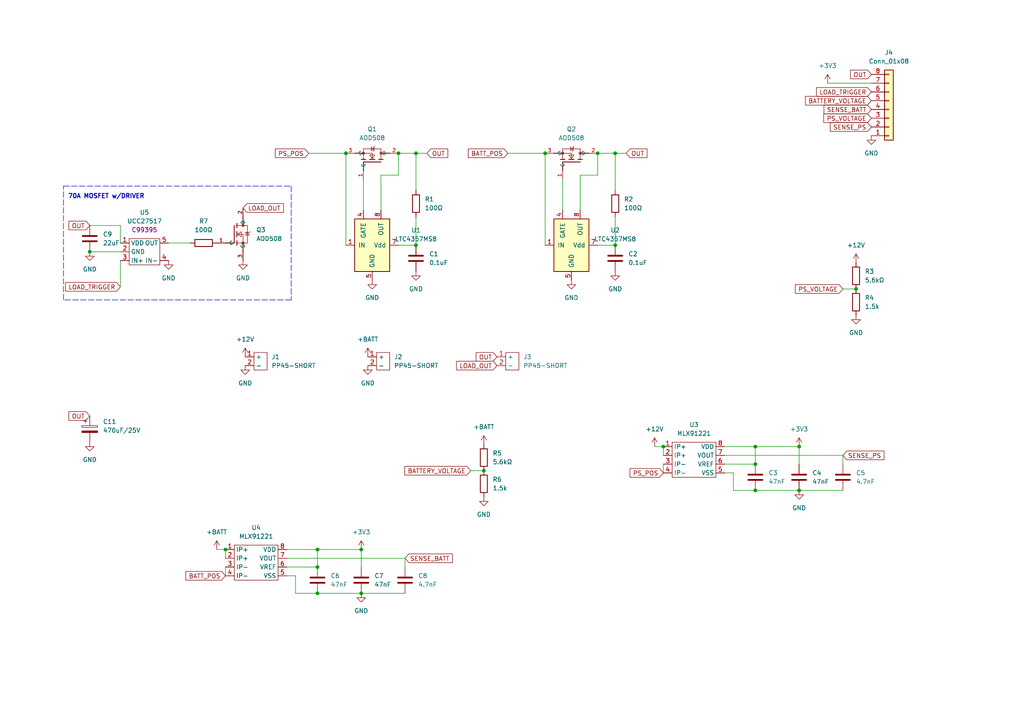
<source format=kicad_sch>
(kicad_sch (version 20211123) (generator eeschema)
  (paper "A4")
  (lib_symbols
    (symbol "01-rickbassham:MLX91221"
      (property "Reference" "U" (at 0 0 0))
      (property "Value" "MLX91221" (at 0 0 0))
      (symbol "MLX91221_0_1"
        (rectangle (start -6.35 -5.08) (end 6.35 -15.24))
      )
      (symbol "MLX91221_1_1"
        (pin power_in line (at -8.89 -6.35 0) (length 2.54) (name "IP+") (number "1"))
        (pin power_in line (at -8.89 -8.89 0) (length 2.54) (name "IP+") (number "2"))
        (pin power_out line (at -8.89 -11.43 0) (length 2.54) (name "IP-") (number "3"))
        (pin power_out line (at -8.89 -13.97 0) (length 2.54) (name "IP-") (number "4"))
        (pin input line (at 8.89 -13.97 180) (length 2.54) (name "VSS") (number "5"))
        (pin input line (at 8.89 -11.43 180) (length 2.54) (name "VREF") (number "6"))
        (pin input line (at 8.89 -8.89 180) (length 2.54) (name "VOUT") (number "7"))
        (pin input line (at 8.89 -6.35 180) (length 2.54) (name "VDD") (number "8"))
      )
    )
    (symbol "01-rickbassham:NCE6080K" (pin_names (offset 1.016))
      (property "Reference" "Q" (at 6.35 0 0))
      (property "Value" "NCE6080K" (at 6.35 -2.54 0))
      (symbol "NCE6080K_0_0"
        (polyline (pts (xy -2.54 -2.54) (xy 0 -2.54)) (stroke (width 0.254)))
        (polyline (pts (xy 0 2.54) (xy 0 -2.54)) (stroke (width 0.254)))
        (polyline (pts (xy 0.762 -2.54) (xy 0.762 -3.175)) (stroke (width 0.254)))
        (polyline (pts (xy 0.762 -1.905) (xy 0.762 -2.54)) (stroke (width 0.254)))
        (polyline (pts (xy 0.762 0) (xy 0.762 -0.762)) (stroke (width 0.254)))
        (polyline (pts (xy 0.762 0) (xy 2.54 0)) (stroke (width 0.1524)))
        (polyline (pts (xy 0.762 0.762) (xy 0.762 0)) (stroke (width 0.254)))
        (polyline (pts (xy 0.762 2.54) (xy 0.762 1.905)) (stroke (width 0.254)))
        (polyline (pts (xy 0.762 2.54) (xy 2.54 2.54)) (stroke (width 0.1524)))
        (polyline (pts (xy 0.762 3.175) (xy 0.762 2.54)) (stroke (width 0.254)))
        (polyline (pts (xy 2.54 -2.54) (xy 0.762 -2.54)) (stroke (width 0.1524)))
        (polyline (pts (xy 2.54 -2.54) (xy 2.54 -5.08)) (stroke (width 0.254)))
        (polyline (pts (xy 2.54 -2.54) (xy 3.81 -2.54)) (stroke (width 0.1524)))
        (polyline (pts (xy 2.54 0) (xy 2.54 -2.54)) (stroke (width 0.1524)))
        (polyline (pts (xy 2.54 2.54) (xy 3.81 2.54)) (stroke (width 0.1524)))
        (polyline (pts (xy 2.54 5.08) (xy 2.54 2.54)) (stroke (width 0.254)))
        (polyline (pts (xy 3.302 0.508) (xy 3.048 0.254)) (stroke (width 0.1524)))
        (polyline (pts (xy 3.81 0.508) (xy 3.302 0.508)) (stroke (width 0.1524)))
        (polyline (pts (xy 3.81 0.508) (xy 3.81 -2.54)) (stroke (width 0.1524)))
        (polyline (pts (xy 3.81 2.54) (xy 3.81 0.508)) (stroke (width 0.1524)))
        (polyline (pts (xy 4.318 0.508) (xy 3.81 0.508)) (stroke (width 0.1524)))
        (polyline (pts (xy 4.572 0.762) (xy 4.318 0.508)) (stroke (width 0.1524)))
        (polyline (pts (xy 1.016 0) (xy 2.032 0.762) (xy 2.032 -0.762) (xy 1.016 0)) (stroke (width 0.1524)) (fill (type background)))
        (polyline (pts (xy 3.81 0.508) (xy 3.302 -0.254) (xy 4.318 -0.254) (xy 3.81 0.508)) (stroke (width 0.1524)) (fill (type background)))
        (circle (center 2.54 -2.54) (radius 0.3556))
        (circle (center 2.54 2.54) (radius 0.3556))
        (pin passive line (at -5.08 -2.54 0) (length 2.54) (name "G") (number "1"))
        (pin passive line (at 2.54 7.62 270) (length 2.54) (name "D") (number "2"))
        (pin passive line (at 2.54 -7.62 90) (length 2.54) (name "S") (number "3"))
      )
    )
    (symbol "01-rickbassham:PP45-SHORT"
      (property "Reference" "J" (at 0 0 0))
      (property "Value" "PP45-SHORT" (at 0 2.54 0))
      (symbol "PP45-SHORT_0_1"
        (rectangle (start 0 -2.54) (end 3.81 -7.62))
      )
      (symbol "PP45-SHORT_1_1"
        (pin power_in line (at -2.54 -3.81 0) (length 2.54) (name "+") (number "1"))
        (pin power_in line (at -2.54 -6.35 0) (length 2.54) (name "-") (number "2"))
      )
    )
    (symbol "01-rickbassham:UCC27517"
      (property "Reference" "U" (at 0 0 0))
      (property "Value" "UCC27517" (at 0 0 0))
      (property "LCSC" "C99395" (at 0 0 0))
      (symbol "UCC27517_0_1"
        (rectangle (start 0 -3.81) (end 8.89 -11.43))
      )
      (symbol "UCC27517_1_1"
        (pin power_in line (at -2.54 -5.08 0) (length 2.54) (name "VDD") (number "1"))
        (pin power_in line (at -2.54 -7.62 0) (length 2.54) (name "GND") (number "2"))
        (pin input line (at -2.54 -10.16 0) (length 2.54) (name "IN+") (number "3"))
        (pin power_out line (at 11.43 -10.16 180) (length 2.54) (name "IN-") (number "4"))
        (pin output line (at 11.43 -5.08 180) (length 2.54) (name "OUT") (number "5"))
      )
    )
    (symbol "Connector_Generic:Conn_01x08" (pin_names (offset 1.016) hide)
      (property "Reference" "J" (at 0 10.16 0))
      (property "Value" "Conn_01x08" (at 0 -12.7 0))
      (symbol "Conn_01x08_1_1"
        (rectangle (start -1.27 -10.033) (end 0 -10.287) (stroke (width 0.1524)))
        (rectangle (start -1.27 -7.493) (end 0 -7.747) (stroke (width 0.1524)))
        (rectangle (start -1.27 -4.953) (end 0 -5.207) (stroke (width 0.1524)))
        (rectangle (start -1.27 -2.413) (end 0 -2.667) (stroke (width 0.1524)))
        (rectangle (start -1.27 0.127) (end 0 -0.127) (stroke (width 0.1524)))
        (rectangle (start -1.27 2.667) (end 0 2.413) (stroke (width 0.1524)))
        (rectangle (start -1.27 5.207) (end 0 4.953) (stroke (width 0.1524)))
        (rectangle (start -1.27 7.747) (end 0 7.493) (stroke (width 0.1524)))
        (rectangle (start -1.27 8.89) (end 1.27 -11.43) (stroke (width 0.254)) (fill (type background)))
        (pin passive line (at -5.08 7.62 0) (length 3.81) (name "Pin_1") (number "1"))
        (pin passive line (at -5.08 5.08 0) (length 3.81) (name "Pin_2") (number "2"))
        (pin passive line (at -5.08 2.54 0) (length 3.81) (name "Pin_3") (number "3"))
        (pin passive line (at -5.08 0 0) (length 3.81) (name "Pin_4") (number "4"))
        (pin passive line (at -5.08 -2.54 0) (length 3.81) (name "Pin_5") (number "5"))
        (pin passive line (at -5.08 -5.08 0) (length 3.81) (name "Pin_6") (number "6"))
        (pin passive line (at -5.08 -7.62 0) (length 3.81) (name "Pin_7") (number "7"))
        (pin passive line (at -5.08 -10.16 0) (length 3.81) (name "Pin_8") (number "8"))
      )
    )
    (symbol "Device:C" (pin_numbers hide) (pin_names (offset 0.254))
      (property "Reference" "C" (at 0.635 2.54 0))
      (property "Value" "C" (at 0.635 -2.54 0))
      (symbol "C_0_1"
        (polyline (pts (xy -2.032 -0.762) (xy 2.032 -0.762)) (stroke (width 0.508)))
        (polyline (pts (xy -2.032 0.762) (xy 2.032 0.762)) (stroke (width 0.508)))
      )
      (symbol "C_1_1"
        (pin passive line (at 0 3.81 270) (length 2.794) (name "~") (number "1"))
        (pin passive line (at 0 -3.81 90) (length 2.794) (name "~") (number "2"))
      )
    )
    (symbol "Device:C_Polarized" (pin_numbers hide) (pin_names (offset 0.254))
      (property "Reference" "C" (at 0.635 2.54 0))
      (property "Value" "C_Polarized" (at 0.635 -2.54 0))
      (symbol "C_Polarized_0_1"
        (rectangle (start -2.286 0.508) (end 2.286 1.016))
        (polyline (pts (xy -1.778 2.286) (xy -0.762 2.286)))
        (polyline (pts (xy -1.27 2.794) (xy -1.27 1.778)))
        (rectangle (start 2.286 -0.508) (end -2.286 -1.016) (fill (type outline)))
      )
      (symbol "C_Polarized_1_1"
        (pin passive line (at 0 3.81 270) (length 2.794) (name "~") (number "1"))
        (pin passive line (at 0 -3.81 90) (length 2.794) (name "~") (number "2"))
      )
    )
    (symbol "Device:R" (pin_numbers hide) (pin_names (offset 0))
      (property "Reference" "R" (at 2.032 0 90))
      (property "Value" "R" (at 0 0 90))
      (symbol "R_0_1"
        (rectangle (start -1.016 -2.54) (end 1.016 2.54) (stroke (width 0.254)))
      )
      (symbol "R_1_1"
        (pin passive line (at 0 3.81 270) (length 1.27) (name "~") (number "1"))
        (pin passive line (at 0 -3.81 90) (length 1.27) (name "~") (number "2"))
      )
    )
    (symbol "Power_Management:LTC4357MS8" (pin_names (offset 1.016))
      (property "Reference" "U" (at 6.35 6.35 0))
      (property "Value" "LTC4357MS8" (at 6.35 -6.35 0))
      (symbol "LTC4357MS8_0_1"
        (rectangle (start -5.08 7.62) (end 5.08 -7.62) (stroke (width 0.254)) (fill (type background)))
      )
      (symbol "LTC4357MS8_1_1"
        (pin input line (at -7.62 0 0) (length 2.54) (name "IN") (number "1"))
        (pin no_connect line (at -7.62 -2.54 0) (length 2.54) hide (name "NC") (number "2"))
        (pin no_connect line (at -7.62 -5.08 0) (length 2.54) hide (name "NC") (number "3"))
        (pin output line (at -2.54 10.16 270) (length 2.54) (name "GATE") (number "4"))
        (pin power_in line (at 0 -10.16 90) (length 2.54) (name "GND") (number "5"))
        (pin no_connect line (at 2.54 -10.16 90) (length 2.54) hide (name "NC") (number "6"))
        (pin power_in line (at 7.62 0 180) (length 2.54) (name "Vdd") (number "7"))
        (pin input line (at 2.54 10.16 270) (length 2.54) (name "OUT") (number "8"))
      )
    )
    (symbol "power:+12V" (power) (pin_names (offset 0))
      (property "Value" "+12V" (at 0 3.556 0))
      (symbol "+12V_0_1"
        (polyline (pts (xy -0.762 1.27) (xy 0 2.54)))
        (polyline (pts (xy 0 0) (xy 0 2.54)))
        (polyline (pts (xy 0 2.54) (xy 0.762 1.27)))
      )
      (symbol "+12V_1_1"
        (pin power_in line (at 0 0 90) (length 0) hide (name "+12V") (number "1"))
      )
    )
    (symbol "power:+3.3V" (power) (pin_names (offset 0))
      (property "Value" "+3.3V" (at 0 3.556 0))
      (symbol "+3.3V_0_1"
        (polyline (pts (xy -0.762 1.27) (xy 0 2.54)))
        (polyline (pts (xy 0 0) (xy 0 2.54)))
        (polyline (pts (xy 0 2.54) (xy 0.762 1.27)))
      )
      (symbol "+3.3V_1_1"
        (pin power_in line (at 0 0 90) (length 0) hide (name "+3V3") (number "1"))
      )
    )
    (symbol "power:+BATT" (power) (pin_names (offset 0))
      (property "Value" "+BATT" (at 0 3.556 0))
      (symbol "+BATT_0_1"
        (polyline (pts (xy -0.762 1.27) (xy 0 2.54)))
        (polyline (pts (xy 0 0) (xy 0 2.54)))
        (polyline (pts (xy 0 2.54) (xy 0.762 1.27)))
      )
      (symbol "+BATT_1_1"
        (pin power_in line (at 0 0 90) (length 0) hide (name "+BATT") (number "1"))
      )
    )
    (symbol "power:GND" (power) (pin_names (offset 0))
      (property "Value" "GND" (at 0 -3.81 0))
      (symbol "GND_0_1"
        (polyline (pts (xy 0 0) (xy 0 -1.27) (xy 1.27 -1.27) (xy 0 -2.54) (xy -1.27 -1.27) (xy 0 -1.27)))
      )
      (symbol "GND_1_1"
        (pin power_in line (at 0 0 270) (length 0) hide (name "GND") (number "1"))
      )
    )
  )
  (junction (at 248.285 83.82))
  (junction (at 92.075 159.385))
  (junction (at 192.405 129.54))
  (junction (at 173.355 44.45))
  (junction (at 115.57 44.45))
  (junction (at 65.405 159.385))
  (junction (at 219.075 134.62))
  (junction (at 219.075 142.24))
  (junction (at 178.435 44.45))
  (junction (at 231.775 142.24))
  (junction (at 140.335 136.525))
  (junction (at 219.075 129.54))
  (junction (at 231.775 129.54))
  (junction (at 92.075 172.085))
  (junction (at 120.65 44.45))
  (junction (at 100.33 44.45))
  (junction (at 92.075 164.465))
  (junction (at 120.65 71.12))
  (junction (at 178.435 71.12))
  (junction (at 104.775 159.385))
  (junction (at 26.035 73.025))
  (junction (at 158.115 44.45))
  (junction (at 104.775 172.085))
  (wire (pts (xy 65.405 159.385) (xy 65.405 161.925)))
  (wire (pts (xy 244.475 132.08) (xy 244.475 134.62)))
  (wire (pts (xy 178.435 62.865) (xy 178.435 71.12)))
  (wire (pts (xy 62.865 159.385) (xy 65.405 159.385)))
  (wire (pts (xy 189.865 129.54) (xy 192.405 129.54)))
  (wire (pts (xy 219.075 129.54) (xy 219.075 134.62)))
  (wire (pts (xy 192.405 129.54) (xy 192.405 132.08)))
  (wire (pts (xy 104.775 159.385) (xy 104.775 164.465)))
  (wire (pts (xy 110.49 50.8) (xy 115.57 50.8)))
  (wire (pts (xy 83.185 167.005) (xy 85.725 167.005)))
  (wire (pts (xy 173.355 44.45) (xy 178.435 44.45)))
  (wire (pts (xy 178.435 44.45) (xy 181.61 44.45)))
  (wire (pts (xy 92.075 172.085) (xy 104.775 172.085)))
  (wire (pts (xy 34.925 75.565) (xy 34.925 83.185)))
  (wire (pts (xy 115.57 50.8) (xy 115.57 44.45)))
  (wire (pts (xy 85.725 167.005) (xy 85.725 172.085)))
  (wire (pts (xy 65.405 164.465) (xy 65.405 167.005)))
  (wire (pts (xy 168.275 50.8) (xy 173.355 50.8)))
  (wire (pts (xy 231.775 142.24) (xy 244.475 142.24)))
  (wire (pts (xy 212.725 137.16) (xy 212.725 142.24)))
  (wire (pts (xy 34.925 65.405) (xy 26.035 65.405)))
  (wire (pts (xy 26.035 73.025) (xy 34.925 73.025)))
  (wire (pts (xy 240.03 24.13) (xy 252.73 24.13)))
  (wire (pts (xy 120.65 44.45) (xy 123.825 44.45)))
  (wire (pts (xy 83.185 161.925) (xy 117.475 161.925)))
  (polyline (pts (xy 18.415 86.995) (xy 18.415 53.975)))
  (wire (pts (xy 92.075 159.385) (xy 92.075 164.465)))
  (wire (pts (xy 192.405 134.62) (xy 192.405 137.16)))
  (wire (pts (xy 178.435 44.45) (xy 178.435 55.245)))
  (wire (pts (xy 244.475 83.82) (xy 248.285 83.82)))
  (polyline (pts (xy 18.415 53.975) (xy 84.455 53.975)))
  (wire (pts (xy 212.725 142.24) (xy 219.075 142.24)))
  (wire (pts (xy 34.925 70.485) (xy 34.925 65.405)))
  (wire (pts (xy 210.185 134.62) (xy 219.075 134.62)))
  (wire (pts (xy 120.65 62.865) (xy 120.65 71.12)))
  (wire (pts (xy 104.775 172.085) (xy 117.475 172.085)))
  (wire (pts (xy 100.33 44.45) (xy 100.33 71.12)))
  (wire (pts (xy 115.57 44.45) (xy 120.65 44.45)))
  (wire (pts (xy 210.185 132.08) (xy 244.475 132.08)))
  (wire (pts (xy 89.535 44.45) (xy 100.33 44.45)))
  (wire (pts (xy 120.65 44.45) (xy 120.65 55.245)))
  (wire (pts (xy 219.075 142.24) (xy 231.775 142.24)))
  (wire (pts (xy 168.275 60.96) (xy 168.275 50.8)))
  (wire (pts (xy 231.775 129.54) (xy 231.775 134.62)))
  (wire (pts (xy 210.185 129.54) (xy 219.075 129.54)))
  (wire (pts (xy 163.195 52.07) (xy 163.195 60.96)))
  (wire (pts (xy 136.525 136.525) (xy 140.335 136.525)))
  (wire (pts (xy 83.185 164.465) (xy 92.075 164.465)))
  (wire (pts (xy 55.245 70.485) (xy 48.895 70.485)))
  (wire (pts (xy 210.185 137.16) (xy 212.725 137.16)))
  (wire (pts (xy 219.075 129.54) (xy 231.775 129.54)))
  (wire (pts (xy 105.41 52.07) (xy 105.41 60.96)))
  (wire (pts (xy 92.075 159.385) (xy 104.775 159.385)))
  (polyline (pts (xy 84.455 86.995) (xy 18.415 86.995)))
  (wire (pts (xy 173.355 50.8) (xy 173.355 44.45)))
  (wire (pts (xy 110.49 60.96) (xy 110.49 50.8)))
  (wire (pts (xy 115.57 71.12) (xy 120.65 71.12)))
  (wire (pts (xy 83.185 159.385) (xy 92.075 159.385)))
  (wire (pts (xy 147.32 44.45) (xy 158.115 44.45)))
  (wire (pts (xy 173.355 71.12) (xy 178.435 71.12)))
  (wire (pts (xy 85.725 172.085) (xy 92.075 172.085)))
  (polyline (pts (xy 84.455 53.975) (xy 84.455 86.995)))
  (wire (pts (xy 158.115 44.45) (xy 158.115 71.12)))
  (wire (pts (xy 117.475 161.925) (xy 117.475 164.465)))
  (text "70A MOSFET w/DRIVER" (at 19.685 57.785 0) (effects (font (size 1.27 1.27) bold) (justify left bottom)))
  (global_label "LOAD_TRIGGER" (shape input) (at 34.925 83.185 180) (property "Intersheet References" "${INTERSHEET_REFS}" (effects hide)))
  (global_label "PS_VOLTAGE" (shape input) (at 244.475 83.82 180) (property "Intersheet References" "${INTERSHEET_REFS}" (effects hide)))
  (global_label "OUT" (shape input) (at 26.035 65.405 180) (property "Intersheet References" "${INTERSHEET_REFS}" (effects hide)))
  (global_label "OUT" (shape input) (at 123.825 44.45 0) (property "Intersheet References" "${INTERSHEET_REFS}" (effects hide)))
  (global_label "OUT" (shape input) (at 181.61 44.45 0) (property "Intersheet References" "${INTERSHEET_REFS}" (effects hide)))
  (global_label "PS_POS" (shape input) (at 192.405 137.16 180) (property "Intersheet References" "${INTERSHEET_REFS}" (effects hide)))
  (global_label "BATT_POS" (shape input) (at 65.405 167.005 180) (property "Intersheet References" "${INTERSHEET_REFS}" (effects hide)))
  (global_label "SENSE_PS" (shape input) (at 244.475 132.08 0) (property "Intersheet References" "${INTERSHEET_REFS}" (effects hide)))
  (global_label "BATT_POS" (shape input) (at 147.32 44.45 180) (property "Intersheet References" "${INTERSHEET_REFS}" (effects hide)))
  (global_label "BATTERY_VOLTAGE" (shape input) (at 136.525 136.525 180) (property "Intersheet References" "${INTERSHEET_REFS}" (effects hide)))
  (global_label "PS_VOLTAGE" (shape input) (at 252.73 34.29 180) (property "Intersheet References" "${INTERSHEET_REFS}" (effects hide)))
  (global_label "BATTERY_VOLTAGE" (shape input) (at 252.73 29.21 180) (property "Intersheet References" "${INTERSHEET_REFS}" (effects hide)))
  (global_label "OUT" (shape input) (at 252.73 21.59 180) (property "Intersheet References" "${INTERSHEET_REFS}" (effects hide)))
  (global_label "SENSE_BATT" (shape input) (at 117.475 161.925 0) (property "Intersheet References" "${INTERSHEET_REFS}" (effects hide)))
  (global_label "LOAD_OUT" (shape input) (at 70.485 60.325 0) (property "Intersheet References" "${INTERSHEET_REFS}" (effects hide)))
  (global_label "LOAD_TRIGGER" (shape input) (at 252.73 26.67 180) (property "Intersheet References" "${INTERSHEET_REFS}" (effects hide)))
  (global_label "LOAD_OUT" (shape input) (at 144.145 106.045 180) (property "Intersheet References" "${INTERSHEET_REFS}" (effects hide)))
  (global_label "SENSE_PS" (shape input) (at 252.73 36.83 180) (property "Intersheet References" "${INTERSHEET_REFS}" (effects hide)))
  (global_label "PS_POS" (shape input) (at 89.535 44.45 180) (property "Intersheet References" "${INTERSHEET_REFS}" (effects hide)))
  (global_label "OUT" (shape input) (at 26.035 120.65 180) (property "Intersheet References" "${INTERSHEET_REFS}" (effects hide)))
  (global_label "SENSE_BATT" (shape input) (at 252.73 31.75 180) (property "Intersheet References" "${INTERSHEET_REFS}" (effects hide)))
  (global_label "OUT" (shape input) (at 144.145 103.505 180) (property "Intersheet References" "${INTERSHEET_REFS}" (effects hide)))
  (symbol (lib_id "power:+12V") (at 71.12 103.505 0) (unit 1)
    (property "Reference" "#PWR0109" (effects hide))
    (property "Value" "+12V" (at 71.12 98.425 0))
  )
  (symbol (lib_id "power:GND") (at 120.65 78.74 0) (unit 1)
    (property "Reference" "#PWR0106" (effects hide))
    (property "Value" "GND" (at 120.65 83.82 0))
  )
  (symbol (lib_id "power:+BATT") (at 62.865 159.385 0) (unit 1)
    (property "Reference" "#PWR09" (effects hide))
    (property "Value" "+BATT" (at 62.865 154.305 0))
  )
  (symbol (lib_id "power:+3.3V") (at 231.775 129.54 0) (unit 1)
    (property "Reference" "#PWR06" (effects hide))
    (property "Value" "+3.3V" (at 231.775 124.46 0))
  )
  (symbol (lib_id "power:GND") (at 231.775 142.24 0) (unit 1)
    (property "Reference" "#PWR07" (effects hide))
    (property "Value" "GND" (at 231.775 147.32 0))
  )
  (symbol (lib_id "power:+12V") (at 248.285 76.2 0) (unit 1)
    (property "Reference" "#PWR0101" (effects hide))
    (property "Value" "+12V" (at 248.285 71.12 0))
  )
  (symbol (lib_id "Device:R") (at 248.285 80.01 180) (unit 1)
    (property "Reference" "R3" (at 250.825 78.7399 0) (effects (justify right)))
    (property "Value" "5.6kΩ" (at 250.825 81.2799 0) (effects (justify right)))
    (property "Footprint" "Resistor_SMD:R_0805_2012Metric" (effects hide))
    (property "LCSC" "C4382" (effects hide))
  )
  (symbol (lib_id "Device:C") (at 26.035 69.215 0) (unit 1)
    (property "Reference" "C9" (at 29.845 67.9449 0) (effects (justify left)))
    (property "Value" "22uF" (at 29.845 70.4849 0) (effects (justify left)))
    (property "Footprint" "Capacitor_SMD:C_0805_2012Metric" (effects hide))
    (property "LCSC" "C45783" (effects hide))
    (property "JLCPCB Class" "B" (effects hide))
  )
  (symbol (lib_id "Device:C") (at 244.475 138.43 0) (unit 1)
    (property "Reference" "C5" (at 248.285 137.1599 0) (effects (justify left)))
    (property "Value" "4.7nF" (at 248.285 139.6999 0) (effects (justify left)))
    (property "Footprint" "Capacitor_SMD:C_0603_1608Metric" (effects hide))
    (property "LCSC" "C53987" (effects hide))
  )
  (symbol (lib_id "01-rickbassham:NCE6080K") (at 165.735 46.99 270) (mirror x) (unit 1)
    (property "Reference" "Q2" (at 165.735 37.465 90))
    (property "Value" "AOD508" (at 165.735 40.005 90))
    (property "Footprint" "Package_TO_SOT_SMD:TO-252-2" (effects hide))
    (property "LCSC" "C80964" (effects hide))
    (property "JLCPCB Class" "E" (effects hide))
  )
  (symbol (lib_id "01-rickbassham:PP45-SHORT") (at 73.66 99.695 0) (unit 1)
    (property "Reference" "J1" (at 78.74 103.5049 0) (effects (justify left)))
    (property "Value" "PP45-SHORT" (at 78.74 106.0449 0) (effects (justify left)))
    (property "Footprint" "01-rickbassham:PP45-SHORT" (effects hide))
  )
  (symbol (lib_id "power:+BATT") (at 140.335 128.905 0) (unit 1)
    (property "Reference" "#PWR04" (effects hide))
    (property "Value" "+BATT" (at 140.335 123.825 0))
  )
  (symbol (lib_id "power:GND") (at 165.735 81.28 0) (unit 1)
    (property "Reference" "#PWR0102" (effects hide))
    (property "Value" "GND" (at 165.735 86.36 0))
  )
  (symbol (lib_id "power:GND") (at 106.68 106.045 0) (unit 1)
    (property "Reference" "#PWR0107" (effects hide))
    (property "Value" "GND" (at 106.68 111.125 0))
  )
  (symbol (lib_id "power:GND") (at 248.285 91.44 0) (unit 1)
    (property "Reference" "#PWR03" (effects hide))
    (property "Value" "GND" (at 248.285 96.52 0))
  )
  (symbol (lib_id "Device:R") (at 120.65 59.055 180) (unit 1)
    (property "Reference" "R1" (at 123.19 57.7849 0) (effects (justify right)))
    (property "Value" "100Ω" (at 123.19 60.3249 0) (effects (justify right)))
    (property "Footprint" "Resistor_SMD:R_0402_1005Metric" (effects hide))
    (property "LCSC" "C25076" (effects hide))
    (property "JLCPCB Class" "B" (effects hide))
  )
  (symbol (lib_id "Device:R") (at 140.335 132.715 180) (unit 1)
    (property "Reference" "R5" (at 142.875 131.4449 0) (effects (justify right)))
    (property "Value" "5.6kΩ" (at 142.875 133.9849 0) (effects (justify right)))
    (property "Footprint" "Resistor_SMD:R_0805_2012Metric" (effects hide))
    (property "LCSC" "C4382" (effects hide))
  )
  (symbol (lib_id "Device:C") (at 120.65 74.93 0) (unit 1)
    (property "Reference" "C1" (at 124.46 73.6599 0) (effects (justify left)))
    (property "Value" "0.1uF" (at 124.46 76.1999 0) (effects (justify left)))
    (property "Footprint" "Capacitor_SMD:C_0402_1005Metric" (effects hide))
    (property "LCSC" "C1525" (effects hide))
    (property "JLCPCB Class" "B" (effects hide))
  )
  (symbol (lib_id "power:GND") (at 26.035 73.025 0) (unit 1)
    (property "Reference" "#PWR02" (effects hide))
    (property "Value" "GND" (at 26.035 78.105 0))
  )
  (symbol (lib_id "power:GND") (at 178.435 78.74 0) (unit 1)
    (property "Reference" "#PWR0103" (effects hide))
    (property "Value" "GND" (at 178.435 83.82 0))
  )
  (symbol (lib_id "power:GND") (at 107.95 81.28 0) (unit 1)
    (property "Reference" "#PWR0105" (effects hide))
    (property "Value" "GND" (at 107.95 86.36 0))
  )
  (symbol (lib_id "01-rickbassham:MLX91221") (at 201.295 123.19 0) (unit 1)
    (property "Reference" "U3" (at 201.295 123.19 0))
    (property "Value" "MLX91221" (at 201.295 125.73 0))
    (property "Footprint" "Package_SO:SOIC-8_3.9x4.9mm_P1.27mm" (effects hide))
    (property "Datasheet" "https://www.melexis.com/-/media/files/documents/datasheets/mlx91221-datasheet-melexis.pdf" (effects hide))
  )
  (symbol (lib_id "Device:R") (at 140.335 140.335 180) (unit 1)
    (property "Reference" "R6" (at 142.875 139.0649 0) (effects (justify right)))
    (property "Value" "1.5k" (at 142.875 141.6049 0) (effects (justify right)))
    (property "Footprint" "Resistor_SMD:R_0805_2012Metric" (effects hide))
    (property "LCSC" "C4310" (effects hide))
  )
  (symbol (lib_id "Power_Management:LTC4357MS8") (at 165.735 71.12 0) (unit 1)
    (property "Reference" "U2" (at 178.435 66.7893 0))
    (property "Value" "LTC4357MS8" (at 178.435 69.3293 0))
    (property "Footprint" "Package_SO:MSOP-8_3x3mm_P0.65mm" (effects hide))
    (property "Datasheet" "https://www.analog.com/media/en/technical-documentation/data-sheets/4357fd.pdf" (effects hide))
  )
  (symbol (lib_id "power:+3.3V") (at 104.775 159.385 0) (unit 1)
    (property "Reference" "#PWR010" (effects hide))
    (property "Value" "+3.3V" (at 104.775 154.305 0))
  )
  (symbol (lib_id "01-rickbassham:MLX91221") (at 74.295 153.035 0) (unit 1)
    (property "Reference" "U4" (at 74.295 153.035 0))
    (property "Value" "MLX91221" (at 74.295 155.575 0))
    (property "Footprint" "Package_SO:SOIC-8_3.9x4.9mm_P1.27mm" (effects hide))
    (property "Datasheet" "https://www.melexis.com/-/media/files/documents/datasheets/mlx91221-datasheet-melexis.pdf" (effects hide))
  )
  (symbol (lib_id "Device:C") (at 104.775 168.275 0) (unit 1)
    (property "Reference" "C7" (at 108.585 167.0049 0) (effects (justify left)))
    (property "Value" "47nF" (at 108.585 169.5449 0) (effects (justify left)))
    (property "Footprint" "Capacitor_SMD:C_0603_1608Metric" (effects hide))
    (property "LCSC" "C1622" (effects hide))
  )
  (symbol (lib_id "power:+BATT") (at 106.68 103.505 0) (unit 1)
    (property "Reference" "#PWR0110" (effects hide))
    (property "Value" "+BATT" (at 106.68 98.425 0))
  )
  (symbol (lib_id "Device:C_Polarized") (at 26.035 124.46 0) (unit 1)
    (property "Reference" "C11" (at 29.845 122.3009 0) (effects (justify left)))
    (property "Value" "470uF/25V" (at 29.845 124.8409 0) (effects (justify left)))
    (property "Footprint" "Capacitor_SMD:CP_Elec_10x10.5" (effects hide))
    (property "LCSC" "C242138" (effects hide))
    (property "JLCPCB Class" "E" (effects hide))
  )
  (symbol (lib_id "Power_Management:LTC4357MS8") (at 107.95 71.12 0) (unit 1)
    (property "Reference" "U1" (at 120.65 66.7893 0))
    (property "Value" "LTC4357MS8" (at 120.65 69.3293 0))
    (property "Footprint" "Package_SO:MSOP-8_3x3mm_P0.65mm" (effects hide))
    (property "Datasheet" "https://www.analog.com/media/en/technical-documentation/data-sheets/4357fd.pdf" (effects hide))
  )
  (symbol (lib_id "Device:C") (at 178.435 74.93 0) (unit 1)
    (property "Reference" "C2" (at 182.245 73.6599 0) (effects (justify left)))
    (property "Value" "0.1uF" (at 182.245 76.1999 0) (effects (justify left)))
    (property "Footprint" "Capacitor_SMD:C_0402_1005Metric" (effects hide))
    (property "LCSC" "C1525" (effects hide))
    (property "JLCPCB Class" "B" (effects hide))
  )
  (symbol (lib_id "power:GND") (at 252.73 39.37 0) (unit 1)
    (property "Reference" "#PWR0104" (effects hide))
    (property "Value" "GND" (at 252.73 44.45 0))
  )
  (symbol (lib_id "Device:C") (at 117.475 168.275 0) (unit 1)
    (property "Reference" "C8" (at 121.285 167.0049 0) (effects (justify left)))
    (property "Value" "4.7nF" (at 121.285 169.5449 0) (effects (justify left)))
    (property "Footprint" "Capacitor_SMD:C_0603_1608Metric" (effects hide))
    (property "LCSC" "C53987" (effects hide))
  )
  (symbol (lib_id "power:GND") (at 48.895 75.565 0) (unit 1)
    (property "Reference" "#PWR012" (effects hide))
    (property "Value" "GND" (at 48.895 80.645 0))
  )
  (symbol (lib_id "power:GND") (at 26.035 128.27 0) (unit 1)
    (property "Reference" "#PWR014" (effects hide))
    (property "Value" "GND" (at 26.035 133.35 0))
  )
  (symbol (lib_id "power:+12V") (at 189.865 129.54 0) (unit 1)
    (property "Reference" "#PWR05" (effects hide))
    (property "Value" "+12V" (at 189.865 124.46 0))
  )
  (symbol (lib_id "Device:C") (at 219.075 138.43 0) (unit 1)
    (property "Reference" "C3" (at 222.885 137.1599 0) (effects (justify left)))
    (property "Value" "47nF" (at 222.885 139.6999 0) (effects (justify left)))
    (property "Footprint" "Capacitor_SMD:C_0603_1608Metric" (effects hide))
    (property "LCSC" "C1622" (effects hide))
  )
  (symbol (lib_id "power:+3.3V") (at 240.03 24.13 0) (unit 1)
    (property "Reference" "#PWR0111" (effects hide))
    (property "Value" "+3.3V" (at 240.03 19.05 0))
  )
  (symbol (lib_id "01-rickbassham:NCE6080K") (at 107.95 46.99 270) (mirror x) (unit 1)
    (property "Reference" "Q1" (at 107.95 37.465 90))
    (property "Value" "AOD508" (at 107.95 40.005 90))
    (property "Footprint" "Package_TO_SOT_SMD:TO-252-2" (effects hide))
    (property "LCSC" "C80964" (effects hide))
    (property "JLCPCB Class" "E" (effects hide))
  )
  (symbol (lib_id "01-rickbassham:UCC27517") (at 37.465 65.405 0) (unit 1)
    (property "Reference" "U5" (at 41.91 61.595 0))
    (property "Value" "UCC27517" (at 41.91 64.135 0))
    (property "Footprint" "Package_TO_SOT_SMD:SOT-23-5" (effects hide))
    (property "LCSC" "C99395" (at 41.91 66.675 0))
    (property "JLCPCB Class" "E" (effects hide))
  )
  (symbol (lib_id "Device:C") (at 231.775 138.43 0) (unit 1)
    (property "Reference" "C4" (at 235.585 137.1599 0) (effects (justify left)))
    (property "Value" "47nF" (at 235.585 139.6999 0) (effects (justify left)))
    (property "Footprint" "Capacitor_SMD:C_0603_1608Metric" (effects hide))
    (property "LCSC" "C1622" (effects hide))
  )
  (symbol (lib_id "Device:R") (at 59.055 70.485 90) (unit 1)
    (property "Reference" "R7" (at 59.055 64.135 90))
    (property "Value" "100Ω" (at 59.055 66.675 90))
    (property "Footprint" "Resistor_SMD:R_0603_1608Metric" (effects hide))
    (property "LCSC" "C22775" (effects hide))
    (property "JLCPCB Class" "B" (effects hide))
  )
  (symbol (lib_id "Connector_Generic:Conn_01x08") (at 257.81 31.75 0) (mirror x) (unit 1)
    (property "Reference" "J4" (at 257.81 15.24 0))
    (property "Value" "Conn_01x08" (at 257.81 17.78 0))
    (property "Footprint" "Connector_PinHeader_2.54mm:PinHeader_1x08_P2.54mm_Vertical" (effects hide))
  )
  (symbol (lib_id "Device:R") (at 248.285 87.63 180) (unit 1)
    (property "Reference" "R4" (at 250.825 86.3599 0) (effects (justify right)))
    (property "Value" "1.5k" (at 250.825 88.8999 0) (effects (justify right)))
    (property "Footprint" "Resistor_SMD:R_0805_2012Metric" (effects hide))
    (property "LCSC" "C4310" (effects hide))
  )
  (symbol (lib_id "power:GND") (at 70.485 75.565 0) (unit 1)
    (property "Reference" "#PWR013" (effects hide))
    (property "Value" "GND" (at 70.485 80.645 0))
  )
  (symbol (lib_id "power:GND") (at 140.335 144.145 0) (unit 1)
    (property "Reference" "#PWR08" (effects hide))
    (property "Value" "GND" (at 140.335 149.225 0))
  )
  (symbol (lib_id "Device:C") (at 92.075 168.275 0) (unit 1)
    (property "Reference" "C6" (at 95.885 167.0049 0) (effects (justify left)))
    (property "Value" "47nF" (at 95.885 169.5449 0) (effects (justify left)))
    (property "Footprint" "Capacitor_SMD:C_0603_1608Metric" (effects hide))
    (property "LCSC" "C1622" (effects hide))
  )
  (symbol (lib_id "power:GND") (at 104.775 172.085 0) (unit 1)
    (property "Reference" "#PWR011" (effects hide))
    (property "Value" "GND" (at 104.775 177.165 0))
  )
  (symbol (lib_id "power:GND") (at 71.12 106.045 0) (unit 1)
    (property "Reference" "#PWR0108" (effects hide))
    (property "Value" "GND" (at 71.12 111.125 0))
  )
  (symbol (lib_id "Device:R") (at 178.435 59.055 180) (unit 1)
    (property "Reference" "R2" (at 180.975 57.7849 0) (effects (justify right)))
    (property "Value" "100Ω" (at 180.975 60.3249 0) (effects (justify right)))
    (property "Footprint" "Resistor_SMD:R_0402_1005Metric" (effects hide))
    (property "LCSC" "C25076" (effects hide))
    (property "JLCPCB Class" "B" (effects hide))
  )
  (symbol (lib_id "01-rickbassham:NCE6080K") (at 67.945 67.945 0) (unit 1)
    (property "Reference" "Q3" (at 74.295 66.6749 0) (effects (justify left)))
    (property "Value" "AOD508" (at 74.295 69.2149 0) (effects (justify left)))
    (property "Footprint" "Package_TO_SOT_SMD:TO-252-2" (effects hide))
    (property "LCSC" "C80964" (effects hide))
    (property "JLCPCB Class" "E" (effects hide))
  )
  (symbol (lib_id "01-rickbassham:PP45-SHORT") (at 146.685 99.695 0) (unit 1)
    (property "Reference" "J3" (at 151.765 103.5049 0) (effects (justify left)))
    (property "Value" "PP45-SHORT" (at 151.765 106.0449 0) (effects (justify left)))
    (property "Footprint" "01-rickbassham:PP45-SHORT" (effects hide))
  )
  (symbol (lib_id "01-rickbassham:PP45-SHORT") (at 109.22 99.695 0) (unit 1)
    (property "Reference" "J2" (at 114.3 103.5049 0) (effects (justify left)))
    (property "Value" "PP45-SHORT" (at 114.3 106.0449 0) (effects (justify left)))
    (property "Footprint" "01-rickbassham:PP45-SHORT" (effects hide))
  )
)
</source>
